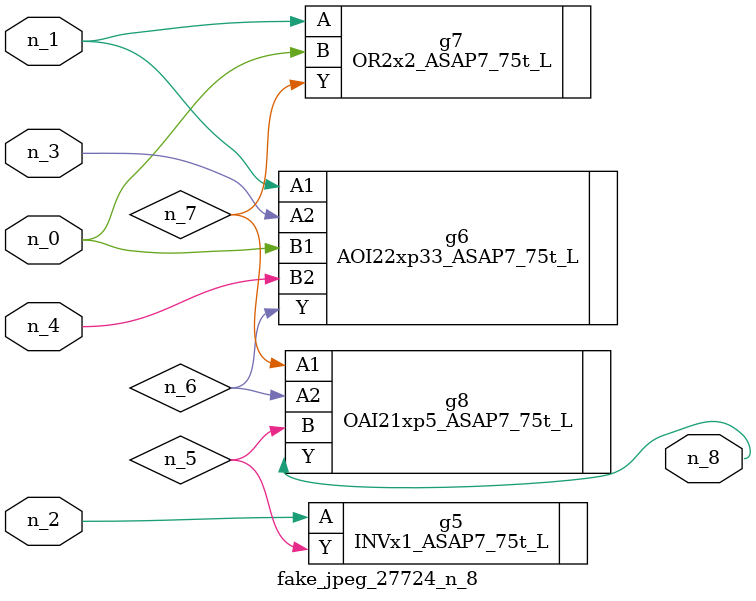
<source format=v>
module fake_jpeg_27724_n_8 (n_3, n_2, n_1, n_0, n_4, n_8);

input n_3;
input n_2;
input n_1;
input n_0;
input n_4;

output n_8;

wire n_6;
wire n_5;
wire n_7;

INVx1_ASAP7_75t_L g5 ( 
.A(n_2),
.Y(n_5)
);

AOI22xp33_ASAP7_75t_L g6 ( 
.A1(n_1),
.A2(n_3),
.B1(n_0),
.B2(n_4),
.Y(n_6)
);

OR2x2_ASAP7_75t_L g7 ( 
.A(n_1),
.B(n_0),
.Y(n_7)
);

OAI21xp5_ASAP7_75t_L g8 ( 
.A1(n_7),
.A2(n_6),
.B(n_5),
.Y(n_8)
);


endmodule
</source>
